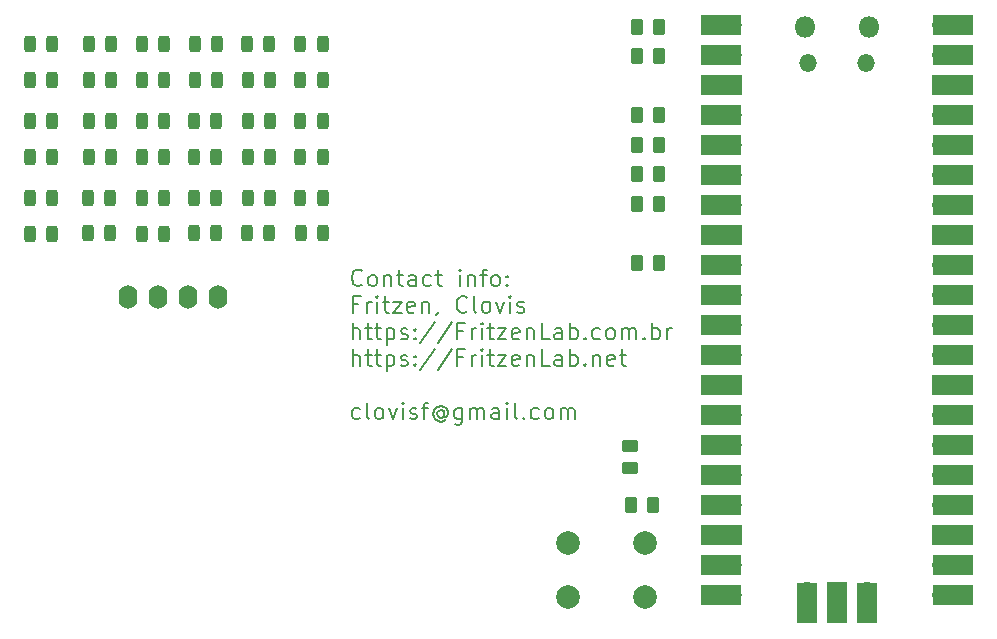
<source format=gbr>
%TF.GenerationSoftware,KiCad,Pcbnew,8.0.1*%
%TF.CreationDate,2024-05-11T19:31:04-03:00*%
%TF.ProjectId,business-card-pi-pico,62757369-6e65-4737-932d-636172642d70,rev?*%
%TF.SameCoordinates,Original*%
%TF.FileFunction,Soldermask,Top*%
%TF.FilePolarity,Negative*%
%FSLAX46Y46*%
G04 Gerber Fmt 4.6, Leading zero omitted, Abs format (unit mm)*
G04 Created by KiCad (PCBNEW 8.0.1) date 2024-05-11 19:31:04*
%MOMM*%
%LPD*%
G01*
G04 APERTURE LIST*
G04 Aperture macros list*
%AMRoundRect*
0 Rectangle with rounded corners*
0 $1 Rounding radius*
0 $2 $3 $4 $5 $6 $7 $8 $9 X,Y pos of 4 corners*
0 Add a 4 corners polygon primitive as box body*
4,1,4,$2,$3,$4,$5,$6,$7,$8,$9,$2,$3,0*
0 Add four circle primitives for the rounded corners*
1,1,$1+$1,$2,$3*
1,1,$1+$1,$4,$5*
1,1,$1+$1,$6,$7*
1,1,$1+$1,$8,$9*
0 Add four rect primitives between the rounded corners*
20,1,$1+$1,$2,$3,$4,$5,0*
20,1,$1+$1,$4,$5,$6,$7,0*
20,1,$1+$1,$6,$7,$8,$9,0*
20,1,$1+$1,$8,$9,$2,$3,0*%
G04 Aperture macros list end*
%ADD10C,0.150000*%
%ADD11RoundRect,0.243750X-0.243750X-0.456250X0.243750X-0.456250X0.243750X0.456250X-0.243750X0.456250X0*%
%ADD12RoundRect,0.250000X0.262500X0.450000X-0.262500X0.450000X-0.262500X-0.450000X0.262500X-0.450000X0*%
%ADD13RoundRect,0.243750X0.243750X0.456250X-0.243750X0.456250X-0.243750X-0.456250X0.243750X-0.456250X0*%
%ADD14RoundRect,0.250000X-0.262500X-0.450000X0.262500X-0.450000X0.262500X0.450000X-0.262500X0.450000X0*%
%ADD15C,2.000000*%
%ADD16O,1.600000X2.000000*%
%ADD17RoundRect,0.250000X0.450000X-0.262500X0.450000X0.262500X-0.450000X0.262500X-0.450000X-0.262500X0*%
%ADD18O,1.800000X1.800000*%
%ADD19O,1.500000X1.500000*%
%ADD20O,1.700000X1.700000*%
%ADD21R,3.500000X1.700000*%
%ADD22R,1.700000X1.700000*%
%ADD23R,1.700000X3.500000*%
G04 APERTURE END LIST*
D10*
X131788017Y-77825923D02*
X131721350Y-77892590D01*
X131721350Y-77892590D02*
X131521350Y-77959256D01*
X131521350Y-77959256D02*
X131388017Y-77959256D01*
X131388017Y-77959256D02*
X131188017Y-77892590D01*
X131188017Y-77892590D02*
X131054684Y-77759256D01*
X131054684Y-77759256D02*
X130988017Y-77625923D01*
X130988017Y-77625923D02*
X130921350Y-77359256D01*
X130921350Y-77359256D02*
X130921350Y-77159256D01*
X130921350Y-77159256D02*
X130988017Y-76892590D01*
X130988017Y-76892590D02*
X131054684Y-76759256D01*
X131054684Y-76759256D02*
X131188017Y-76625923D01*
X131188017Y-76625923D02*
X131388017Y-76559256D01*
X131388017Y-76559256D02*
X131521350Y-76559256D01*
X131521350Y-76559256D02*
X131721350Y-76625923D01*
X131721350Y-76625923D02*
X131788017Y-76692590D01*
X132588017Y-77959256D02*
X132454684Y-77892590D01*
X132454684Y-77892590D02*
X132388017Y-77825923D01*
X132388017Y-77825923D02*
X132321350Y-77692590D01*
X132321350Y-77692590D02*
X132321350Y-77292590D01*
X132321350Y-77292590D02*
X132388017Y-77159256D01*
X132388017Y-77159256D02*
X132454684Y-77092590D01*
X132454684Y-77092590D02*
X132588017Y-77025923D01*
X132588017Y-77025923D02*
X132788017Y-77025923D01*
X132788017Y-77025923D02*
X132921350Y-77092590D01*
X132921350Y-77092590D02*
X132988017Y-77159256D01*
X132988017Y-77159256D02*
X133054684Y-77292590D01*
X133054684Y-77292590D02*
X133054684Y-77692590D01*
X133054684Y-77692590D02*
X132988017Y-77825923D01*
X132988017Y-77825923D02*
X132921350Y-77892590D01*
X132921350Y-77892590D02*
X132788017Y-77959256D01*
X132788017Y-77959256D02*
X132588017Y-77959256D01*
X133654684Y-77025923D02*
X133654684Y-77959256D01*
X133654684Y-77159256D02*
X133721351Y-77092590D01*
X133721351Y-77092590D02*
X133854684Y-77025923D01*
X133854684Y-77025923D02*
X134054684Y-77025923D01*
X134054684Y-77025923D02*
X134188017Y-77092590D01*
X134188017Y-77092590D02*
X134254684Y-77225923D01*
X134254684Y-77225923D02*
X134254684Y-77959256D01*
X134721351Y-77025923D02*
X135254684Y-77025923D01*
X134921351Y-76559256D02*
X134921351Y-77759256D01*
X134921351Y-77759256D02*
X134988018Y-77892590D01*
X134988018Y-77892590D02*
X135121351Y-77959256D01*
X135121351Y-77959256D02*
X135254684Y-77959256D01*
X136321351Y-77959256D02*
X136321351Y-77225923D01*
X136321351Y-77225923D02*
X136254684Y-77092590D01*
X136254684Y-77092590D02*
X136121351Y-77025923D01*
X136121351Y-77025923D02*
X135854684Y-77025923D01*
X135854684Y-77025923D02*
X135721351Y-77092590D01*
X136321351Y-77892590D02*
X136188018Y-77959256D01*
X136188018Y-77959256D02*
X135854684Y-77959256D01*
X135854684Y-77959256D02*
X135721351Y-77892590D01*
X135721351Y-77892590D02*
X135654684Y-77759256D01*
X135654684Y-77759256D02*
X135654684Y-77625923D01*
X135654684Y-77625923D02*
X135721351Y-77492590D01*
X135721351Y-77492590D02*
X135854684Y-77425923D01*
X135854684Y-77425923D02*
X136188018Y-77425923D01*
X136188018Y-77425923D02*
X136321351Y-77359256D01*
X137588018Y-77892590D02*
X137454685Y-77959256D01*
X137454685Y-77959256D02*
X137188018Y-77959256D01*
X137188018Y-77959256D02*
X137054685Y-77892590D01*
X137054685Y-77892590D02*
X136988018Y-77825923D01*
X136988018Y-77825923D02*
X136921351Y-77692590D01*
X136921351Y-77692590D02*
X136921351Y-77292590D01*
X136921351Y-77292590D02*
X136988018Y-77159256D01*
X136988018Y-77159256D02*
X137054685Y-77092590D01*
X137054685Y-77092590D02*
X137188018Y-77025923D01*
X137188018Y-77025923D02*
X137454685Y-77025923D01*
X137454685Y-77025923D02*
X137588018Y-77092590D01*
X137988018Y-77025923D02*
X138521351Y-77025923D01*
X138188018Y-76559256D02*
X138188018Y-77759256D01*
X138188018Y-77759256D02*
X138254685Y-77892590D01*
X138254685Y-77892590D02*
X138388018Y-77959256D01*
X138388018Y-77959256D02*
X138521351Y-77959256D01*
X140054685Y-77959256D02*
X140054685Y-77025923D01*
X140054685Y-76559256D02*
X139988018Y-76625923D01*
X139988018Y-76625923D02*
X140054685Y-76692590D01*
X140054685Y-76692590D02*
X140121352Y-76625923D01*
X140121352Y-76625923D02*
X140054685Y-76559256D01*
X140054685Y-76559256D02*
X140054685Y-76692590D01*
X140721352Y-77025923D02*
X140721352Y-77959256D01*
X140721352Y-77159256D02*
X140788019Y-77092590D01*
X140788019Y-77092590D02*
X140921352Y-77025923D01*
X140921352Y-77025923D02*
X141121352Y-77025923D01*
X141121352Y-77025923D02*
X141254685Y-77092590D01*
X141254685Y-77092590D02*
X141321352Y-77225923D01*
X141321352Y-77225923D02*
X141321352Y-77959256D01*
X141788019Y-77025923D02*
X142321352Y-77025923D01*
X141988019Y-77959256D02*
X141988019Y-76759256D01*
X141988019Y-76759256D02*
X142054686Y-76625923D01*
X142054686Y-76625923D02*
X142188019Y-76559256D01*
X142188019Y-76559256D02*
X142321352Y-76559256D01*
X142988019Y-77959256D02*
X142854686Y-77892590D01*
X142854686Y-77892590D02*
X142788019Y-77825923D01*
X142788019Y-77825923D02*
X142721352Y-77692590D01*
X142721352Y-77692590D02*
X142721352Y-77292590D01*
X142721352Y-77292590D02*
X142788019Y-77159256D01*
X142788019Y-77159256D02*
X142854686Y-77092590D01*
X142854686Y-77092590D02*
X142988019Y-77025923D01*
X142988019Y-77025923D02*
X143188019Y-77025923D01*
X143188019Y-77025923D02*
X143321352Y-77092590D01*
X143321352Y-77092590D02*
X143388019Y-77159256D01*
X143388019Y-77159256D02*
X143454686Y-77292590D01*
X143454686Y-77292590D02*
X143454686Y-77692590D01*
X143454686Y-77692590D02*
X143388019Y-77825923D01*
X143388019Y-77825923D02*
X143321352Y-77892590D01*
X143321352Y-77892590D02*
X143188019Y-77959256D01*
X143188019Y-77959256D02*
X142988019Y-77959256D01*
X144054686Y-77825923D02*
X144121353Y-77892590D01*
X144121353Y-77892590D02*
X144054686Y-77959256D01*
X144054686Y-77959256D02*
X143988019Y-77892590D01*
X143988019Y-77892590D02*
X144054686Y-77825923D01*
X144054686Y-77825923D02*
X144054686Y-77959256D01*
X144054686Y-77092590D02*
X144121353Y-77159256D01*
X144121353Y-77159256D02*
X144054686Y-77225923D01*
X144054686Y-77225923D02*
X143988019Y-77159256D01*
X143988019Y-77159256D02*
X144054686Y-77092590D01*
X144054686Y-77092590D02*
X144054686Y-77225923D01*
X131454684Y-79479845D02*
X130988017Y-79479845D01*
X130988017Y-80213178D02*
X130988017Y-78813178D01*
X130988017Y-78813178D02*
X131654684Y-78813178D01*
X132188017Y-80213178D02*
X132188017Y-79279845D01*
X132188017Y-79546512D02*
X132254684Y-79413178D01*
X132254684Y-79413178D02*
X132321350Y-79346512D01*
X132321350Y-79346512D02*
X132454684Y-79279845D01*
X132454684Y-79279845D02*
X132588017Y-79279845D01*
X133054684Y-80213178D02*
X133054684Y-79279845D01*
X133054684Y-78813178D02*
X132988017Y-78879845D01*
X132988017Y-78879845D02*
X133054684Y-78946512D01*
X133054684Y-78946512D02*
X133121351Y-78879845D01*
X133121351Y-78879845D02*
X133054684Y-78813178D01*
X133054684Y-78813178D02*
X133054684Y-78946512D01*
X133521351Y-79279845D02*
X134054684Y-79279845D01*
X133721351Y-78813178D02*
X133721351Y-80013178D01*
X133721351Y-80013178D02*
X133788018Y-80146512D01*
X133788018Y-80146512D02*
X133921351Y-80213178D01*
X133921351Y-80213178D02*
X134054684Y-80213178D01*
X134388018Y-79279845D02*
X135121351Y-79279845D01*
X135121351Y-79279845D02*
X134388018Y-80213178D01*
X134388018Y-80213178D02*
X135121351Y-80213178D01*
X136188017Y-80146512D02*
X136054684Y-80213178D01*
X136054684Y-80213178D02*
X135788017Y-80213178D01*
X135788017Y-80213178D02*
X135654684Y-80146512D01*
X135654684Y-80146512D02*
X135588017Y-80013178D01*
X135588017Y-80013178D02*
X135588017Y-79479845D01*
X135588017Y-79479845D02*
X135654684Y-79346512D01*
X135654684Y-79346512D02*
X135788017Y-79279845D01*
X135788017Y-79279845D02*
X136054684Y-79279845D01*
X136054684Y-79279845D02*
X136188017Y-79346512D01*
X136188017Y-79346512D02*
X136254684Y-79479845D01*
X136254684Y-79479845D02*
X136254684Y-79613178D01*
X136254684Y-79613178D02*
X135588017Y-79746512D01*
X136854684Y-79279845D02*
X136854684Y-80213178D01*
X136854684Y-79413178D02*
X136921351Y-79346512D01*
X136921351Y-79346512D02*
X137054684Y-79279845D01*
X137054684Y-79279845D02*
X137254684Y-79279845D01*
X137254684Y-79279845D02*
X137388017Y-79346512D01*
X137388017Y-79346512D02*
X137454684Y-79479845D01*
X137454684Y-79479845D02*
X137454684Y-80213178D01*
X138188018Y-80146512D02*
X138188018Y-80213178D01*
X138188018Y-80213178D02*
X138121351Y-80346512D01*
X138121351Y-80346512D02*
X138054684Y-80413178D01*
X140654685Y-80079845D02*
X140588018Y-80146512D01*
X140588018Y-80146512D02*
X140388018Y-80213178D01*
X140388018Y-80213178D02*
X140254685Y-80213178D01*
X140254685Y-80213178D02*
X140054685Y-80146512D01*
X140054685Y-80146512D02*
X139921352Y-80013178D01*
X139921352Y-80013178D02*
X139854685Y-79879845D01*
X139854685Y-79879845D02*
X139788018Y-79613178D01*
X139788018Y-79613178D02*
X139788018Y-79413178D01*
X139788018Y-79413178D02*
X139854685Y-79146512D01*
X139854685Y-79146512D02*
X139921352Y-79013178D01*
X139921352Y-79013178D02*
X140054685Y-78879845D01*
X140054685Y-78879845D02*
X140254685Y-78813178D01*
X140254685Y-78813178D02*
X140388018Y-78813178D01*
X140388018Y-78813178D02*
X140588018Y-78879845D01*
X140588018Y-78879845D02*
X140654685Y-78946512D01*
X141454685Y-80213178D02*
X141321352Y-80146512D01*
X141321352Y-80146512D02*
X141254685Y-80013178D01*
X141254685Y-80013178D02*
X141254685Y-78813178D01*
X142188018Y-80213178D02*
X142054685Y-80146512D01*
X142054685Y-80146512D02*
X141988018Y-80079845D01*
X141988018Y-80079845D02*
X141921351Y-79946512D01*
X141921351Y-79946512D02*
X141921351Y-79546512D01*
X141921351Y-79546512D02*
X141988018Y-79413178D01*
X141988018Y-79413178D02*
X142054685Y-79346512D01*
X142054685Y-79346512D02*
X142188018Y-79279845D01*
X142188018Y-79279845D02*
X142388018Y-79279845D01*
X142388018Y-79279845D02*
X142521351Y-79346512D01*
X142521351Y-79346512D02*
X142588018Y-79413178D01*
X142588018Y-79413178D02*
X142654685Y-79546512D01*
X142654685Y-79546512D02*
X142654685Y-79946512D01*
X142654685Y-79946512D02*
X142588018Y-80079845D01*
X142588018Y-80079845D02*
X142521351Y-80146512D01*
X142521351Y-80146512D02*
X142388018Y-80213178D01*
X142388018Y-80213178D02*
X142188018Y-80213178D01*
X143121352Y-79279845D02*
X143454685Y-80213178D01*
X143454685Y-80213178D02*
X143788018Y-79279845D01*
X144321352Y-80213178D02*
X144321352Y-79279845D01*
X144321352Y-78813178D02*
X144254685Y-78879845D01*
X144254685Y-78879845D02*
X144321352Y-78946512D01*
X144321352Y-78946512D02*
X144388019Y-78879845D01*
X144388019Y-78879845D02*
X144321352Y-78813178D01*
X144321352Y-78813178D02*
X144321352Y-78946512D01*
X144921352Y-80146512D02*
X145054686Y-80213178D01*
X145054686Y-80213178D02*
X145321352Y-80213178D01*
X145321352Y-80213178D02*
X145454686Y-80146512D01*
X145454686Y-80146512D02*
X145521352Y-80013178D01*
X145521352Y-80013178D02*
X145521352Y-79946512D01*
X145521352Y-79946512D02*
X145454686Y-79813178D01*
X145454686Y-79813178D02*
X145321352Y-79746512D01*
X145321352Y-79746512D02*
X145121352Y-79746512D01*
X145121352Y-79746512D02*
X144988019Y-79679845D01*
X144988019Y-79679845D02*
X144921352Y-79546512D01*
X144921352Y-79546512D02*
X144921352Y-79479845D01*
X144921352Y-79479845D02*
X144988019Y-79346512D01*
X144988019Y-79346512D02*
X145121352Y-79279845D01*
X145121352Y-79279845D02*
X145321352Y-79279845D01*
X145321352Y-79279845D02*
X145454686Y-79346512D01*
X130988017Y-82467100D02*
X130988017Y-81067100D01*
X131588017Y-82467100D02*
X131588017Y-81733767D01*
X131588017Y-81733767D02*
X131521350Y-81600434D01*
X131521350Y-81600434D02*
X131388017Y-81533767D01*
X131388017Y-81533767D02*
X131188017Y-81533767D01*
X131188017Y-81533767D02*
X131054684Y-81600434D01*
X131054684Y-81600434D02*
X130988017Y-81667100D01*
X132054684Y-81533767D02*
X132588017Y-81533767D01*
X132254684Y-81067100D02*
X132254684Y-82267100D01*
X132254684Y-82267100D02*
X132321351Y-82400434D01*
X132321351Y-82400434D02*
X132454684Y-82467100D01*
X132454684Y-82467100D02*
X132588017Y-82467100D01*
X132854684Y-81533767D02*
X133388017Y-81533767D01*
X133054684Y-81067100D02*
X133054684Y-82267100D01*
X133054684Y-82267100D02*
X133121351Y-82400434D01*
X133121351Y-82400434D02*
X133254684Y-82467100D01*
X133254684Y-82467100D02*
X133388017Y-82467100D01*
X133854684Y-81533767D02*
X133854684Y-82933767D01*
X133854684Y-81600434D02*
X133988017Y-81533767D01*
X133988017Y-81533767D02*
X134254684Y-81533767D01*
X134254684Y-81533767D02*
X134388017Y-81600434D01*
X134388017Y-81600434D02*
X134454684Y-81667100D01*
X134454684Y-81667100D02*
X134521351Y-81800434D01*
X134521351Y-81800434D02*
X134521351Y-82200434D01*
X134521351Y-82200434D02*
X134454684Y-82333767D01*
X134454684Y-82333767D02*
X134388017Y-82400434D01*
X134388017Y-82400434D02*
X134254684Y-82467100D01*
X134254684Y-82467100D02*
X133988017Y-82467100D01*
X133988017Y-82467100D02*
X133854684Y-82400434D01*
X135054684Y-82400434D02*
X135188018Y-82467100D01*
X135188018Y-82467100D02*
X135454684Y-82467100D01*
X135454684Y-82467100D02*
X135588018Y-82400434D01*
X135588018Y-82400434D02*
X135654684Y-82267100D01*
X135654684Y-82267100D02*
X135654684Y-82200434D01*
X135654684Y-82200434D02*
X135588018Y-82067100D01*
X135588018Y-82067100D02*
X135454684Y-82000434D01*
X135454684Y-82000434D02*
X135254684Y-82000434D01*
X135254684Y-82000434D02*
X135121351Y-81933767D01*
X135121351Y-81933767D02*
X135054684Y-81800434D01*
X135054684Y-81800434D02*
X135054684Y-81733767D01*
X135054684Y-81733767D02*
X135121351Y-81600434D01*
X135121351Y-81600434D02*
X135254684Y-81533767D01*
X135254684Y-81533767D02*
X135454684Y-81533767D01*
X135454684Y-81533767D02*
X135588018Y-81600434D01*
X136254684Y-82333767D02*
X136321351Y-82400434D01*
X136321351Y-82400434D02*
X136254684Y-82467100D01*
X136254684Y-82467100D02*
X136188017Y-82400434D01*
X136188017Y-82400434D02*
X136254684Y-82333767D01*
X136254684Y-82333767D02*
X136254684Y-82467100D01*
X136254684Y-81600434D02*
X136321351Y-81667100D01*
X136321351Y-81667100D02*
X136254684Y-81733767D01*
X136254684Y-81733767D02*
X136188017Y-81667100D01*
X136188017Y-81667100D02*
X136254684Y-81600434D01*
X136254684Y-81600434D02*
X136254684Y-81733767D01*
X137921351Y-81000434D02*
X136721351Y-82800434D01*
X139388018Y-81000434D02*
X138188018Y-82800434D01*
X140321352Y-81733767D02*
X139854685Y-81733767D01*
X139854685Y-82467100D02*
X139854685Y-81067100D01*
X139854685Y-81067100D02*
X140521352Y-81067100D01*
X141054685Y-82467100D02*
X141054685Y-81533767D01*
X141054685Y-81800434D02*
X141121352Y-81667100D01*
X141121352Y-81667100D02*
X141188018Y-81600434D01*
X141188018Y-81600434D02*
X141321352Y-81533767D01*
X141321352Y-81533767D02*
X141454685Y-81533767D01*
X141921352Y-82467100D02*
X141921352Y-81533767D01*
X141921352Y-81067100D02*
X141854685Y-81133767D01*
X141854685Y-81133767D02*
X141921352Y-81200434D01*
X141921352Y-81200434D02*
X141988019Y-81133767D01*
X141988019Y-81133767D02*
X141921352Y-81067100D01*
X141921352Y-81067100D02*
X141921352Y-81200434D01*
X142388019Y-81533767D02*
X142921352Y-81533767D01*
X142588019Y-81067100D02*
X142588019Y-82267100D01*
X142588019Y-82267100D02*
X142654686Y-82400434D01*
X142654686Y-82400434D02*
X142788019Y-82467100D01*
X142788019Y-82467100D02*
X142921352Y-82467100D01*
X143254686Y-81533767D02*
X143988019Y-81533767D01*
X143988019Y-81533767D02*
X143254686Y-82467100D01*
X143254686Y-82467100D02*
X143988019Y-82467100D01*
X145054685Y-82400434D02*
X144921352Y-82467100D01*
X144921352Y-82467100D02*
X144654685Y-82467100D01*
X144654685Y-82467100D02*
X144521352Y-82400434D01*
X144521352Y-82400434D02*
X144454685Y-82267100D01*
X144454685Y-82267100D02*
X144454685Y-81733767D01*
X144454685Y-81733767D02*
X144521352Y-81600434D01*
X144521352Y-81600434D02*
X144654685Y-81533767D01*
X144654685Y-81533767D02*
X144921352Y-81533767D01*
X144921352Y-81533767D02*
X145054685Y-81600434D01*
X145054685Y-81600434D02*
X145121352Y-81733767D01*
X145121352Y-81733767D02*
X145121352Y-81867100D01*
X145121352Y-81867100D02*
X144454685Y-82000434D01*
X145721352Y-81533767D02*
X145721352Y-82467100D01*
X145721352Y-81667100D02*
X145788019Y-81600434D01*
X145788019Y-81600434D02*
X145921352Y-81533767D01*
X145921352Y-81533767D02*
X146121352Y-81533767D01*
X146121352Y-81533767D02*
X146254685Y-81600434D01*
X146254685Y-81600434D02*
X146321352Y-81733767D01*
X146321352Y-81733767D02*
X146321352Y-82467100D01*
X147654686Y-82467100D02*
X146988019Y-82467100D01*
X146988019Y-82467100D02*
X146988019Y-81067100D01*
X148721352Y-82467100D02*
X148721352Y-81733767D01*
X148721352Y-81733767D02*
X148654685Y-81600434D01*
X148654685Y-81600434D02*
X148521352Y-81533767D01*
X148521352Y-81533767D02*
X148254685Y-81533767D01*
X148254685Y-81533767D02*
X148121352Y-81600434D01*
X148721352Y-82400434D02*
X148588019Y-82467100D01*
X148588019Y-82467100D02*
X148254685Y-82467100D01*
X148254685Y-82467100D02*
X148121352Y-82400434D01*
X148121352Y-82400434D02*
X148054685Y-82267100D01*
X148054685Y-82267100D02*
X148054685Y-82133767D01*
X148054685Y-82133767D02*
X148121352Y-82000434D01*
X148121352Y-82000434D02*
X148254685Y-81933767D01*
X148254685Y-81933767D02*
X148588019Y-81933767D01*
X148588019Y-81933767D02*
X148721352Y-81867100D01*
X149388019Y-82467100D02*
X149388019Y-81067100D01*
X149388019Y-81600434D02*
X149521352Y-81533767D01*
X149521352Y-81533767D02*
X149788019Y-81533767D01*
X149788019Y-81533767D02*
X149921352Y-81600434D01*
X149921352Y-81600434D02*
X149988019Y-81667100D01*
X149988019Y-81667100D02*
X150054686Y-81800434D01*
X150054686Y-81800434D02*
X150054686Y-82200434D01*
X150054686Y-82200434D02*
X149988019Y-82333767D01*
X149988019Y-82333767D02*
X149921352Y-82400434D01*
X149921352Y-82400434D02*
X149788019Y-82467100D01*
X149788019Y-82467100D02*
X149521352Y-82467100D01*
X149521352Y-82467100D02*
X149388019Y-82400434D01*
X150654686Y-82333767D02*
X150721353Y-82400434D01*
X150721353Y-82400434D02*
X150654686Y-82467100D01*
X150654686Y-82467100D02*
X150588019Y-82400434D01*
X150588019Y-82400434D02*
X150654686Y-82333767D01*
X150654686Y-82333767D02*
X150654686Y-82467100D01*
X151921353Y-82400434D02*
X151788020Y-82467100D01*
X151788020Y-82467100D02*
X151521353Y-82467100D01*
X151521353Y-82467100D02*
X151388020Y-82400434D01*
X151388020Y-82400434D02*
X151321353Y-82333767D01*
X151321353Y-82333767D02*
X151254686Y-82200434D01*
X151254686Y-82200434D02*
X151254686Y-81800434D01*
X151254686Y-81800434D02*
X151321353Y-81667100D01*
X151321353Y-81667100D02*
X151388020Y-81600434D01*
X151388020Y-81600434D02*
X151521353Y-81533767D01*
X151521353Y-81533767D02*
X151788020Y-81533767D01*
X151788020Y-81533767D02*
X151921353Y-81600434D01*
X152721353Y-82467100D02*
X152588020Y-82400434D01*
X152588020Y-82400434D02*
X152521353Y-82333767D01*
X152521353Y-82333767D02*
X152454686Y-82200434D01*
X152454686Y-82200434D02*
X152454686Y-81800434D01*
X152454686Y-81800434D02*
X152521353Y-81667100D01*
X152521353Y-81667100D02*
X152588020Y-81600434D01*
X152588020Y-81600434D02*
X152721353Y-81533767D01*
X152721353Y-81533767D02*
X152921353Y-81533767D01*
X152921353Y-81533767D02*
X153054686Y-81600434D01*
X153054686Y-81600434D02*
X153121353Y-81667100D01*
X153121353Y-81667100D02*
X153188020Y-81800434D01*
X153188020Y-81800434D02*
X153188020Y-82200434D01*
X153188020Y-82200434D02*
X153121353Y-82333767D01*
X153121353Y-82333767D02*
X153054686Y-82400434D01*
X153054686Y-82400434D02*
X152921353Y-82467100D01*
X152921353Y-82467100D02*
X152721353Y-82467100D01*
X153788020Y-82467100D02*
X153788020Y-81533767D01*
X153788020Y-81667100D02*
X153854687Y-81600434D01*
X153854687Y-81600434D02*
X153988020Y-81533767D01*
X153988020Y-81533767D02*
X154188020Y-81533767D01*
X154188020Y-81533767D02*
X154321353Y-81600434D01*
X154321353Y-81600434D02*
X154388020Y-81733767D01*
X154388020Y-81733767D02*
X154388020Y-82467100D01*
X154388020Y-81733767D02*
X154454687Y-81600434D01*
X154454687Y-81600434D02*
X154588020Y-81533767D01*
X154588020Y-81533767D02*
X154788020Y-81533767D01*
X154788020Y-81533767D02*
X154921353Y-81600434D01*
X154921353Y-81600434D02*
X154988020Y-81733767D01*
X154988020Y-81733767D02*
X154988020Y-82467100D01*
X155654687Y-82333767D02*
X155721354Y-82400434D01*
X155721354Y-82400434D02*
X155654687Y-82467100D01*
X155654687Y-82467100D02*
X155588020Y-82400434D01*
X155588020Y-82400434D02*
X155654687Y-82333767D01*
X155654687Y-82333767D02*
X155654687Y-82467100D01*
X156321354Y-82467100D02*
X156321354Y-81067100D01*
X156321354Y-81600434D02*
X156454687Y-81533767D01*
X156454687Y-81533767D02*
X156721354Y-81533767D01*
X156721354Y-81533767D02*
X156854687Y-81600434D01*
X156854687Y-81600434D02*
X156921354Y-81667100D01*
X156921354Y-81667100D02*
X156988021Y-81800434D01*
X156988021Y-81800434D02*
X156988021Y-82200434D01*
X156988021Y-82200434D02*
X156921354Y-82333767D01*
X156921354Y-82333767D02*
X156854687Y-82400434D01*
X156854687Y-82400434D02*
X156721354Y-82467100D01*
X156721354Y-82467100D02*
X156454687Y-82467100D01*
X156454687Y-82467100D02*
X156321354Y-82400434D01*
X157588021Y-82467100D02*
X157588021Y-81533767D01*
X157588021Y-81800434D02*
X157654688Y-81667100D01*
X157654688Y-81667100D02*
X157721354Y-81600434D01*
X157721354Y-81600434D02*
X157854688Y-81533767D01*
X157854688Y-81533767D02*
X157988021Y-81533767D01*
X130988017Y-84721022D02*
X130988017Y-83321022D01*
X131588017Y-84721022D02*
X131588017Y-83987689D01*
X131588017Y-83987689D02*
X131521350Y-83854356D01*
X131521350Y-83854356D02*
X131388017Y-83787689D01*
X131388017Y-83787689D02*
X131188017Y-83787689D01*
X131188017Y-83787689D02*
X131054684Y-83854356D01*
X131054684Y-83854356D02*
X130988017Y-83921022D01*
X132054684Y-83787689D02*
X132588017Y-83787689D01*
X132254684Y-83321022D02*
X132254684Y-84521022D01*
X132254684Y-84521022D02*
X132321351Y-84654356D01*
X132321351Y-84654356D02*
X132454684Y-84721022D01*
X132454684Y-84721022D02*
X132588017Y-84721022D01*
X132854684Y-83787689D02*
X133388017Y-83787689D01*
X133054684Y-83321022D02*
X133054684Y-84521022D01*
X133054684Y-84521022D02*
X133121351Y-84654356D01*
X133121351Y-84654356D02*
X133254684Y-84721022D01*
X133254684Y-84721022D02*
X133388017Y-84721022D01*
X133854684Y-83787689D02*
X133854684Y-85187689D01*
X133854684Y-83854356D02*
X133988017Y-83787689D01*
X133988017Y-83787689D02*
X134254684Y-83787689D01*
X134254684Y-83787689D02*
X134388017Y-83854356D01*
X134388017Y-83854356D02*
X134454684Y-83921022D01*
X134454684Y-83921022D02*
X134521351Y-84054356D01*
X134521351Y-84054356D02*
X134521351Y-84454356D01*
X134521351Y-84454356D02*
X134454684Y-84587689D01*
X134454684Y-84587689D02*
X134388017Y-84654356D01*
X134388017Y-84654356D02*
X134254684Y-84721022D01*
X134254684Y-84721022D02*
X133988017Y-84721022D01*
X133988017Y-84721022D02*
X133854684Y-84654356D01*
X135054684Y-84654356D02*
X135188018Y-84721022D01*
X135188018Y-84721022D02*
X135454684Y-84721022D01*
X135454684Y-84721022D02*
X135588018Y-84654356D01*
X135588018Y-84654356D02*
X135654684Y-84521022D01*
X135654684Y-84521022D02*
X135654684Y-84454356D01*
X135654684Y-84454356D02*
X135588018Y-84321022D01*
X135588018Y-84321022D02*
X135454684Y-84254356D01*
X135454684Y-84254356D02*
X135254684Y-84254356D01*
X135254684Y-84254356D02*
X135121351Y-84187689D01*
X135121351Y-84187689D02*
X135054684Y-84054356D01*
X135054684Y-84054356D02*
X135054684Y-83987689D01*
X135054684Y-83987689D02*
X135121351Y-83854356D01*
X135121351Y-83854356D02*
X135254684Y-83787689D01*
X135254684Y-83787689D02*
X135454684Y-83787689D01*
X135454684Y-83787689D02*
X135588018Y-83854356D01*
X136254684Y-84587689D02*
X136321351Y-84654356D01*
X136321351Y-84654356D02*
X136254684Y-84721022D01*
X136254684Y-84721022D02*
X136188017Y-84654356D01*
X136188017Y-84654356D02*
X136254684Y-84587689D01*
X136254684Y-84587689D02*
X136254684Y-84721022D01*
X136254684Y-83854356D02*
X136321351Y-83921022D01*
X136321351Y-83921022D02*
X136254684Y-83987689D01*
X136254684Y-83987689D02*
X136188017Y-83921022D01*
X136188017Y-83921022D02*
X136254684Y-83854356D01*
X136254684Y-83854356D02*
X136254684Y-83987689D01*
X137921351Y-83254356D02*
X136721351Y-85054356D01*
X139388018Y-83254356D02*
X138188018Y-85054356D01*
X140321352Y-83987689D02*
X139854685Y-83987689D01*
X139854685Y-84721022D02*
X139854685Y-83321022D01*
X139854685Y-83321022D02*
X140521352Y-83321022D01*
X141054685Y-84721022D02*
X141054685Y-83787689D01*
X141054685Y-84054356D02*
X141121352Y-83921022D01*
X141121352Y-83921022D02*
X141188018Y-83854356D01*
X141188018Y-83854356D02*
X141321352Y-83787689D01*
X141321352Y-83787689D02*
X141454685Y-83787689D01*
X141921352Y-84721022D02*
X141921352Y-83787689D01*
X141921352Y-83321022D02*
X141854685Y-83387689D01*
X141854685Y-83387689D02*
X141921352Y-83454356D01*
X141921352Y-83454356D02*
X141988019Y-83387689D01*
X141988019Y-83387689D02*
X141921352Y-83321022D01*
X141921352Y-83321022D02*
X141921352Y-83454356D01*
X142388019Y-83787689D02*
X142921352Y-83787689D01*
X142588019Y-83321022D02*
X142588019Y-84521022D01*
X142588019Y-84521022D02*
X142654686Y-84654356D01*
X142654686Y-84654356D02*
X142788019Y-84721022D01*
X142788019Y-84721022D02*
X142921352Y-84721022D01*
X143254686Y-83787689D02*
X143988019Y-83787689D01*
X143988019Y-83787689D02*
X143254686Y-84721022D01*
X143254686Y-84721022D02*
X143988019Y-84721022D01*
X145054685Y-84654356D02*
X144921352Y-84721022D01*
X144921352Y-84721022D02*
X144654685Y-84721022D01*
X144654685Y-84721022D02*
X144521352Y-84654356D01*
X144521352Y-84654356D02*
X144454685Y-84521022D01*
X144454685Y-84521022D02*
X144454685Y-83987689D01*
X144454685Y-83987689D02*
X144521352Y-83854356D01*
X144521352Y-83854356D02*
X144654685Y-83787689D01*
X144654685Y-83787689D02*
X144921352Y-83787689D01*
X144921352Y-83787689D02*
X145054685Y-83854356D01*
X145054685Y-83854356D02*
X145121352Y-83987689D01*
X145121352Y-83987689D02*
X145121352Y-84121022D01*
X145121352Y-84121022D02*
X144454685Y-84254356D01*
X145721352Y-83787689D02*
X145721352Y-84721022D01*
X145721352Y-83921022D02*
X145788019Y-83854356D01*
X145788019Y-83854356D02*
X145921352Y-83787689D01*
X145921352Y-83787689D02*
X146121352Y-83787689D01*
X146121352Y-83787689D02*
X146254685Y-83854356D01*
X146254685Y-83854356D02*
X146321352Y-83987689D01*
X146321352Y-83987689D02*
X146321352Y-84721022D01*
X147654686Y-84721022D02*
X146988019Y-84721022D01*
X146988019Y-84721022D02*
X146988019Y-83321022D01*
X148721352Y-84721022D02*
X148721352Y-83987689D01*
X148721352Y-83987689D02*
X148654685Y-83854356D01*
X148654685Y-83854356D02*
X148521352Y-83787689D01*
X148521352Y-83787689D02*
X148254685Y-83787689D01*
X148254685Y-83787689D02*
X148121352Y-83854356D01*
X148721352Y-84654356D02*
X148588019Y-84721022D01*
X148588019Y-84721022D02*
X148254685Y-84721022D01*
X148254685Y-84721022D02*
X148121352Y-84654356D01*
X148121352Y-84654356D02*
X148054685Y-84521022D01*
X148054685Y-84521022D02*
X148054685Y-84387689D01*
X148054685Y-84387689D02*
X148121352Y-84254356D01*
X148121352Y-84254356D02*
X148254685Y-84187689D01*
X148254685Y-84187689D02*
X148588019Y-84187689D01*
X148588019Y-84187689D02*
X148721352Y-84121022D01*
X149388019Y-84721022D02*
X149388019Y-83321022D01*
X149388019Y-83854356D02*
X149521352Y-83787689D01*
X149521352Y-83787689D02*
X149788019Y-83787689D01*
X149788019Y-83787689D02*
X149921352Y-83854356D01*
X149921352Y-83854356D02*
X149988019Y-83921022D01*
X149988019Y-83921022D02*
X150054686Y-84054356D01*
X150054686Y-84054356D02*
X150054686Y-84454356D01*
X150054686Y-84454356D02*
X149988019Y-84587689D01*
X149988019Y-84587689D02*
X149921352Y-84654356D01*
X149921352Y-84654356D02*
X149788019Y-84721022D01*
X149788019Y-84721022D02*
X149521352Y-84721022D01*
X149521352Y-84721022D02*
X149388019Y-84654356D01*
X150654686Y-84587689D02*
X150721353Y-84654356D01*
X150721353Y-84654356D02*
X150654686Y-84721022D01*
X150654686Y-84721022D02*
X150588019Y-84654356D01*
X150588019Y-84654356D02*
X150654686Y-84587689D01*
X150654686Y-84587689D02*
X150654686Y-84721022D01*
X151321353Y-83787689D02*
X151321353Y-84721022D01*
X151321353Y-83921022D02*
X151388020Y-83854356D01*
X151388020Y-83854356D02*
X151521353Y-83787689D01*
X151521353Y-83787689D02*
X151721353Y-83787689D01*
X151721353Y-83787689D02*
X151854686Y-83854356D01*
X151854686Y-83854356D02*
X151921353Y-83987689D01*
X151921353Y-83987689D02*
X151921353Y-84721022D01*
X153121353Y-84654356D02*
X152988020Y-84721022D01*
X152988020Y-84721022D02*
X152721353Y-84721022D01*
X152721353Y-84721022D02*
X152588020Y-84654356D01*
X152588020Y-84654356D02*
X152521353Y-84521022D01*
X152521353Y-84521022D02*
X152521353Y-83987689D01*
X152521353Y-83987689D02*
X152588020Y-83854356D01*
X152588020Y-83854356D02*
X152721353Y-83787689D01*
X152721353Y-83787689D02*
X152988020Y-83787689D01*
X152988020Y-83787689D02*
X153121353Y-83854356D01*
X153121353Y-83854356D02*
X153188020Y-83987689D01*
X153188020Y-83987689D02*
X153188020Y-84121022D01*
X153188020Y-84121022D02*
X152521353Y-84254356D01*
X153588020Y-83787689D02*
X154121353Y-83787689D01*
X153788020Y-83321022D02*
X153788020Y-84521022D01*
X153788020Y-84521022D02*
X153854687Y-84654356D01*
X153854687Y-84654356D02*
X153988020Y-84721022D01*
X153988020Y-84721022D02*
X154121353Y-84721022D01*
X131588017Y-89162200D02*
X131454684Y-89228866D01*
X131454684Y-89228866D02*
X131188017Y-89228866D01*
X131188017Y-89228866D02*
X131054684Y-89162200D01*
X131054684Y-89162200D02*
X130988017Y-89095533D01*
X130988017Y-89095533D02*
X130921350Y-88962200D01*
X130921350Y-88962200D02*
X130921350Y-88562200D01*
X130921350Y-88562200D02*
X130988017Y-88428866D01*
X130988017Y-88428866D02*
X131054684Y-88362200D01*
X131054684Y-88362200D02*
X131188017Y-88295533D01*
X131188017Y-88295533D02*
X131454684Y-88295533D01*
X131454684Y-88295533D02*
X131588017Y-88362200D01*
X132388017Y-89228866D02*
X132254684Y-89162200D01*
X132254684Y-89162200D02*
X132188017Y-89028866D01*
X132188017Y-89028866D02*
X132188017Y-87828866D01*
X133121350Y-89228866D02*
X132988017Y-89162200D01*
X132988017Y-89162200D02*
X132921350Y-89095533D01*
X132921350Y-89095533D02*
X132854683Y-88962200D01*
X132854683Y-88962200D02*
X132854683Y-88562200D01*
X132854683Y-88562200D02*
X132921350Y-88428866D01*
X132921350Y-88428866D02*
X132988017Y-88362200D01*
X132988017Y-88362200D02*
X133121350Y-88295533D01*
X133121350Y-88295533D02*
X133321350Y-88295533D01*
X133321350Y-88295533D02*
X133454683Y-88362200D01*
X133454683Y-88362200D02*
X133521350Y-88428866D01*
X133521350Y-88428866D02*
X133588017Y-88562200D01*
X133588017Y-88562200D02*
X133588017Y-88962200D01*
X133588017Y-88962200D02*
X133521350Y-89095533D01*
X133521350Y-89095533D02*
X133454683Y-89162200D01*
X133454683Y-89162200D02*
X133321350Y-89228866D01*
X133321350Y-89228866D02*
X133121350Y-89228866D01*
X134054684Y-88295533D02*
X134388017Y-89228866D01*
X134388017Y-89228866D02*
X134721350Y-88295533D01*
X135254684Y-89228866D02*
X135254684Y-88295533D01*
X135254684Y-87828866D02*
X135188017Y-87895533D01*
X135188017Y-87895533D02*
X135254684Y-87962200D01*
X135254684Y-87962200D02*
X135321351Y-87895533D01*
X135321351Y-87895533D02*
X135254684Y-87828866D01*
X135254684Y-87828866D02*
X135254684Y-87962200D01*
X135854684Y-89162200D02*
X135988018Y-89228866D01*
X135988018Y-89228866D02*
X136254684Y-89228866D01*
X136254684Y-89228866D02*
X136388018Y-89162200D01*
X136388018Y-89162200D02*
X136454684Y-89028866D01*
X136454684Y-89028866D02*
X136454684Y-88962200D01*
X136454684Y-88962200D02*
X136388018Y-88828866D01*
X136388018Y-88828866D02*
X136254684Y-88762200D01*
X136254684Y-88762200D02*
X136054684Y-88762200D01*
X136054684Y-88762200D02*
X135921351Y-88695533D01*
X135921351Y-88695533D02*
X135854684Y-88562200D01*
X135854684Y-88562200D02*
X135854684Y-88495533D01*
X135854684Y-88495533D02*
X135921351Y-88362200D01*
X135921351Y-88362200D02*
X136054684Y-88295533D01*
X136054684Y-88295533D02*
X136254684Y-88295533D01*
X136254684Y-88295533D02*
X136388018Y-88362200D01*
X136854684Y-88295533D02*
X137388017Y-88295533D01*
X137054684Y-89228866D02*
X137054684Y-88028866D01*
X137054684Y-88028866D02*
X137121351Y-87895533D01*
X137121351Y-87895533D02*
X137254684Y-87828866D01*
X137254684Y-87828866D02*
X137388017Y-87828866D01*
X138721351Y-88562200D02*
X138654684Y-88495533D01*
X138654684Y-88495533D02*
X138521351Y-88428866D01*
X138521351Y-88428866D02*
X138388017Y-88428866D01*
X138388017Y-88428866D02*
X138254684Y-88495533D01*
X138254684Y-88495533D02*
X138188017Y-88562200D01*
X138188017Y-88562200D02*
X138121351Y-88695533D01*
X138121351Y-88695533D02*
X138121351Y-88828866D01*
X138121351Y-88828866D02*
X138188017Y-88962200D01*
X138188017Y-88962200D02*
X138254684Y-89028866D01*
X138254684Y-89028866D02*
X138388017Y-89095533D01*
X138388017Y-89095533D02*
X138521351Y-89095533D01*
X138521351Y-89095533D02*
X138654684Y-89028866D01*
X138654684Y-89028866D02*
X138721351Y-88962200D01*
X138721351Y-88428866D02*
X138721351Y-88962200D01*
X138721351Y-88962200D02*
X138788017Y-89028866D01*
X138788017Y-89028866D02*
X138854684Y-89028866D01*
X138854684Y-89028866D02*
X138988017Y-88962200D01*
X138988017Y-88962200D02*
X139054684Y-88828866D01*
X139054684Y-88828866D02*
X139054684Y-88495533D01*
X139054684Y-88495533D02*
X138921351Y-88295533D01*
X138921351Y-88295533D02*
X138721351Y-88162200D01*
X138721351Y-88162200D02*
X138454684Y-88095533D01*
X138454684Y-88095533D02*
X138188017Y-88162200D01*
X138188017Y-88162200D02*
X137988017Y-88295533D01*
X137988017Y-88295533D02*
X137854684Y-88495533D01*
X137854684Y-88495533D02*
X137788017Y-88762200D01*
X137788017Y-88762200D02*
X137854684Y-89028866D01*
X137854684Y-89028866D02*
X137988017Y-89228866D01*
X137988017Y-89228866D02*
X138188017Y-89362200D01*
X138188017Y-89362200D02*
X138454684Y-89428866D01*
X138454684Y-89428866D02*
X138721351Y-89362200D01*
X138721351Y-89362200D02*
X138921351Y-89228866D01*
X140254684Y-88295533D02*
X140254684Y-89428866D01*
X140254684Y-89428866D02*
X140188017Y-89562200D01*
X140188017Y-89562200D02*
X140121351Y-89628866D01*
X140121351Y-89628866D02*
X139988017Y-89695533D01*
X139988017Y-89695533D02*
X139788017Y-89695533D01*
X139788017Y-89695533D02*
X139654684Y-89628866D01*
X140254684Y-89162200D02*
X140121351Y-89228866D01*
X140121351Y-89228866D02*
X139854684Y-89228866D01*
X139854684Y-89228866D02*
X139721351Y-89162200D01*
X139721351Y-89162200D02*
X139654684Y-89095533D01*
X139654684Y-89095533D02*
X139588017Y-88962200D01*
X139588017Y-88962200D02*
X139588017Y-88562200D01*
X139588017Y-88562200D02*
X139654684Y-88428866D01*
X139654684Y-88428866D02*
X139721351Y-88362200D01*
X139721351Y-88362200D02*
X139854684Y-88295533D01*
X139854684Y-88295533D02*
X140121351Y-88295533D01*
X140121351Y-88295533D02*
X140254684Y-88362200D01*
X140921351Y-89228866D02*
X140921351Y-88295533D01*
X140921351Y-88428866D02*
X140988018Y-88362200D01*
X140988018Y-88362200D02*
X141121351Y-88295533D01*
X141121351Y-88295533D02*
X141321351Y-88295533D01*
X141321351Y-88295533D02*
X141454684Y-88362200D01*
X141454684Y-88362200D02*
X141521351Y-88495533D01*
X141521351Y-88495533D02*
X141521351Y-89228866D01*
X141521351Y-88495533D02*
X141588018Y-88362200D01*
X141588018Y-88362200D02*
X141721351Y-88295533D01*
X141721351Y-88295533D02*
X141921351Y-88295533D01*
X141921351Y-88295533D02*
X142054684Y-88362200D01*
X142054684Y-88362200D02*
X142121351Y-88495533D01*
X142121351Y-88495533D02*
X142121351Y-89228866D01*
X143388018Y-89228866D02*
X143388018Y-88495533D01*
X143388018Y-88495533D02*
X143321351Y-88362200D01*
X143321351Y-88362200D02*
X143188018Y-88295533D01*
X143188018Y-88295533D02*
X142921351Y-88295533D01*
X142921351Y-88295533D02*
X142788018Y-88362200D01*
X143388018Y-89162200D02*
X143254685Y-89228866D01*
X143254685Y-89228866D02*
X142921351Y-89228866D01*
X142921351Y-89228866D02*
X142788018Y-89162200D01*
X142788018Y-89162200D02*
X142721351Y-89028866D01*
X142721351Y-89028866D02*
X142721351Y-88895533D01*
X142721351Y-88895533D02*
X142788018Y-88762200D01*
X142788018Y-88762200D02*
X142921351Y-88695533D01*
X142921351Y-88695533D02*
X143254685Y-88695533D01*
X143254685Y-88695533D02*
X143388018Y-88628866D01*
X144054685Y-89228866D02*
X144054685Y-88295533D01*
X144054685Y-87828866D02*
X143988018Y-87895533D01*
X143988018Y-87895533D02*
X144054685Y-87962200D01*
X144054685Y-87962200D02*
X144121352Y-87895533D01*
X144121352Y-87895533D02*
X144054685Y-87828866D01*
X144054685Y-87828866D02*
X144054685Y-87962200D01*
X144921352Y-89228866D02*
X144788019Y-89162200D01*
X144788019Y-89162200D02*
X144721352Y-89028866D01*
X144721352Y-89028866D02*
X144721352Y-87828866D01*
X145454685Y-89095533D02*
X145521352Y-89162200D01*
X145521352Y-89162200D02*
X145454685Y-89228866D01*
X145454685Y-89228866D02*
X145388018Y-89162200D01*
X145388018Y-89162200D02*
X145454685Y-89095533D01*
X145454685Y-89095533D02*
X145454685Y-89228866D01*
X146721352Y-89162200D02*
X146588019Y-89228866D01*
X146588019Y-89228866D02*
X146321352Y-89228866D01*
X146321352Y-89228866D02*
X146188019Y-89162200D01*
X146188019Y-89162200D02*
X146121352Y-89095533D01*
X146121352Y-89095533D02*
X146054685Y-88962200D01*
X146054685Y-88962200D02*
X146054685Y-88562200D01*
X146054685Y-88562200D02*
X146121352Y-88428866D01*
X146121352Y-88428866D02*
X146188019Y-88362200D01*
X146188019Y-88362200D02*
X146321352Y-88295533D01*
X146321352Y-88295533D02*
X146588019Y-88295533D01*
X146588019Y-88295533D02*
X146721352Y-88362200D01*
X147521352Y-89228866D02*
X147388019Y-89162200D01*
X147388019Y-89162200D02*
X147321352Y-89095533D01*
X147321352Y-89095533D02*
X147254685Y-88962200D01*
X147254685Y-88962200D02*
X147254685Y-88562200D01*
X147254685Y-88562200D02*
X147321352Y-88428866D01*
X147321352Y-88428866D02*
X147388019Y-88362200D01*
X147388019Y-88362200D02*
X147521352Y-88295533D01*
X147521352Y-88295533D02*
X147721352Y-88295533D01*
X147721352Y-88295533D02*
X147854685Y-88362200D01*
X147854685Y-88362200D02*
X147921352Y-88428866D01*
X147921352Y-88428866D02*
X147988019Y-88562200D01*
X147988019Y-88562200D02*
X147988019Y-88962200D01*
X147988019Y-88962200D02*
X147921352Y-89095533D01*
X147921352Y-89095533D02*
X147854685Y-89162200D01*
X147854685Y-89162200D02*
X147721352Y-89228866D01*
X147721352Y-89228866D02*
X147521352Y-89228866D01*
X148588019Y-89228866D02*
X148588019Y-88295533D01*
X148588019Y-88428866D02*
X148654686Y-88362200D01*
X148654686Y-88362200D02*
X148788019Y-88295533D01*
X148788019Y-88295533D02*
X148988019Y-88295533D01*
X148988019Y-88295533D02*
X149121352Y-88362200D01*
X149121352Y-88362200D02*
X149188019Y-88495533D01*
X149188019Y-88495533D02*
X149188019Y-89228866D01*
X149188019Y-88495533D02*
X149254686Y-88362200D01*
X149254686Y-88362200D02*
X149388019Y-88295533D01*
X149388019Y-88295533D02*
X149588019Y-88295533D01*
X149588019Y-88295533D02*
X149721352Y-88362200D01*
X149721352Y-88362200D02*
X149788019Y-88495533D01*
X149788019Y-88495533D02*
X149788019Y-89228866D01*
D11*
%TO.C,D27*%
X108625000Y-63960000D03*
X110500000Y-63960000D03*
%TD*%
%TO.C,D33*%
X103625000Y-63960000D03*
X105500000Y-63960000D03*
%TD*%
D12*
%TO.C,R1*%
X156912500Y-56000000D03*
X155087500Y-56000000D03*
%TD*%
D11*
%TO.C,D5*%
X126562500Y-70500000D03*
X128437500Y-70500000D03*
%TD*%
D13*
%TO.C,D1*%
X128437500Y-57500000D03*
X126562500Y-57500000D03*
%TD*%
D11*
%TO.C,D12*%
X117625000Y-57500000D03*
X119500000Y-57500000D03*
%TD*%
D13*
%TO.C,D16*%
X119437500Y-67040000D03*
X117562500Y-67040000D03*
%TD*%
%TO.C,D4*%
X128437500Y-67000000D03*
X126562500Y-67000000D03*
%TD*%
%TO.C,D7*%
X123937500Y-57500000D03*
X122062500Y-57500000D03*
%TD*%
%TO.C,D6*%
X128500000Y-73500000D03*
X126625000Y-73500000D03*
%TD*%
%TO.C,D14*%
X119500000Y-60500000D03*
X117625000Y-60500000D03*
%TD*%
%TO.C,D22*%
X119437500Y-73500000D03*
X117562500Y-73500000D03*
%TD*%
D14*
%TO.C,R8*%
X154587500Y-96500000D03*
X156412500Y-96500000D03*
%TD*%
D11*
%TO.C,D35*%
X103625000Y-70500000D03*
X105500000Y-70500000D03*
%TD*%
D15*
%TO.C,SW1*%
X149250000Y-99750000D03*
X155750000Y-99750000D03*
X149250000Y-104250000D03*
X155750000Y-104250000D03*
%TD*%
D12*
%TO.C,R3*%
X156912500Y-63500000D03*
X155087500Y-63500000D03*
%TD*%
D13*
%TO.C,D30*%
X110437500Y-73500000D03*
X108562500Y-73500000D03*
%TD*%
%TO.C,D9*%
X124000000Y-64000000D03*
X122125000Y-64000000D03*
%TD*%
D12*
%TO.C,R4*%
X156912500Y-66000000D03*
X155087500Y-66000000D03*
%TD*%
D16*
%TO.C,J1*%
X111960000Y-78900000D03*
X114500000Y-78900000D03*
X117040000Y-78900000D03*
X119580000Y-78900000D03*
%TD*%
D13*
%TO.C,D36*%
X105500000Y-73540000D03*
X103625000Y-73540000D03*
%TD*%
%TO.C,D23*%
X115000000Y-57500000D03*
X113125000Y-57500000D03*
%TD*%
%TO.C,D17*%
X115000000Y-64000000D03*
X113125000Y-64000000D03*
%TD*%
D11*
%TO.C,D8*%
X122125000Y-60500000D03*
X124000000Y-60500000D03*
%TD*%
D13*
%TO.C,D34*%
X105500000Y-67000000D03*
X103625000Y-67000000D03*
%TD*%
D11*
%TO.C,D19*%
X113125000Y-70500000D03*
X115000000Y-70500000D03*
%TD*%
%TO.C,D10*%
X122125000Y-67040000D03*
X124000000Y-67040000D03*
%TD*%
D13*
%TO.C,D20*%
X115000000Y-73540000D03*
X113125000Y-73540000D03*
%TD*%
D12*
%TO.C,R2*%
X156912500Y-58500000D03*
X155087500Y-58500000D03*
%TD*%
%TO.C,R6*%
X156912500Y-71000000D03*
X155087500Y-71000000D03*
%TD*%
D11*
%TO.C,D29*%
X108562500Y-70500000D03*
X110437500Y-70500000D03*
%TD*%
%TO.C,D21*%
X117562500Y-70500000D03*
X119437500Y-70500000D03*
%TD*%
D17*
%TO.C,R9*%
X154500000Y-93325000D03*
X154500000Y-91500000D03*
%TD*%
D11*
%TO.C,D11*%
X122125000Y-70500000D03*
X124000000Y-70500000D03*
%TD*%
D13*
%TO.C,D31*%
X105500000Y-57500000D03*
X103625000Y-57500000D03*
%TD*%
%TO.C,D26*%
X110500000Y-60500000D03*
X108625000Y-60500000D03*
%TD*%
D11*
%TO.C,D24*%
X113125000Y-60540000D03*
X115000000Y-60540000D03*
%TD*%
D18*
%TO.C,U1*%
X169275000Y-56000000D03*
D19*
X169575000Y-59030000D03*
X174425000Y-59030000D03*
D18*
X174725000Y-56000000D03*
D20*
X163110000Y-55870000D03*
D21*
X162210000Y-55870000D03*
D20*
X163110000Y-58410000D03*
D21*
X162210000Y-58410000D03*
D22*
X163110000Y-60950000D03*
D21*
X162210000Y-60950000D03*
D20*
X163110000Y-63490000D03*
D21*
X162210000Y-63490000D03*
D20*
X163110000Y-66030000D03*
D21*
X162210000Y-66030000D03*
D20*
X163110000Y-68570000D03*
D21*
X162210000Y-68570000D03*
D20*
X163110000Y-71110000D03*
D21*
X162210000Y-71110000D03*
D22*
X163110000Y-73650000D03*
D21*
X162210000Y-73650000D03*
D20*
X163110000Y-76190000D03*
D21*
X162210000Y-76190000D03*
D20*
X163110000Y-78730000D03*
D21*
X162210000Y-78730000D03*
D20*
X163110000Y-81270000D03*
D21*
X162210000Y-81270000D03*
D20*
X163110000Y-83810000D03*
D21*
X162210000Y-83810000D03*
D22*
X163110000Y-86350000D03*
D21*
X162210000Y-86350000D03*
D20*
X163110000Y-88890000D03*
D21*
X162210000Y-88890000D03*
D20*
X163110000Y-91430000D03*
D21*
X162210000Y-91430000D03*
D20*
X163110000Y-93970000D03*
D21*
X162210000Y-93970000D03*
D20*
X163110000Y-96510000D03*
D21*
X162210000Y-96510000D03*
D22*
X163110000Y-99050000D03*
D21*
X162210000Y-99050000D03*
D20*
X163110000Y-101590000D03*
D21*
X162210000Y-101590000D03*
D20*
X163110000Y-104130000D03*
D21*
X162210000Y-104130000D03*
D20*
X180890000Y-104130000D03*
D21*
X181790000Y-104130000D03*
D20*
X180890000Y-101590000D03*
D21*
X181790000Y-101590000D03*
D22*
X180890000Y-99050000D03*
D21*
X181790000Y-99050000D03*
D20*
X180890000Y-96510000D03*
D21*
X181790000Y-96510000D03*
D20*
X180890000Y-93970000D03*
D21*
X181790000Y-93970000D03*
D20*
X180890000Y-91430000D03*
D21*
X181790000Y-91430000D03*
D20*
X180890000Y-88890000D03*
D21*
X181790000Y-88890000D03*
D22*
X180890000Y-86350000D03*
D21*
X181790000Y-86350000D03*
D20*
X180890000Y-83810000D03*
D21*
X181790000Y-83810000D03*
D20*
X180890000Y-81270000D03*
D21*
X181790000Y-81270000D03*
D20*
X180890000Y-78730000D03*
D21*
X181790000Y-78730000D03*
D20*
X180890000Y-76190000D03*
D21*
X181790000Y-76190000D03*
D22*
X180890000Y-73650000D03*
D21*
X181790000Y-73650000D03*
D20*
X180890000Y-71110000D03*
D21*
X181790000Y-71110000D03*
D20*
X180890000Y-68570000D03*
D21*
X181790000Y-68570000D03*
D20*
X180890000Y-66030000D03*
D21*
X181790000Y-66030000D03*
D20*
X180890000Y-63490000D03*
D21*
X181790000Y-63490000D03*
D22*
X180890000Y-60950000D03*
D21*
X181790000Y-60950000D03*
D20*
X180890000Y-58410000D03*
D21*
X181790000Y-58410000D03*
D20*
X180890000Y-55870000D03*
D21*
X181790000Y-55870000D03*
D20*
X169460000Y-103900000D03*
D23*
X169460000Y-104800000D03*
D22*
X172000000Y-103900000D03*
D23*
X172000000Y-104800000D03*
D20*
X174540000Y-103900000D03*
D23*
X174540000Y-104800000D03*
%TD*%
D11*
%TO.C,D2*%
X126562500Y-60500000D03*
X128437500Y-60500000D03*
%TD*%
%TO.C,D18*%
X113125000Y-67040000D03*
X115000000Y-67040000D03*
%TD*%
D12*
%TO.C,R5*%
X156912500Y-68500000D03*
X155087500Y-68500000D03*
%TD*%
D11*
%TO.C,D32*%
X103625000Y-60500000D03*
X105500000Y-60500000D03*
%TD*%
%TO.C,D3*%
X126562500Y-64000000D03*
X128437500Y-64000000D03*
%TD*%
%TO.C,D25*%
X108625000Y-57460000D03*
X110500000Y-57460000D03*
%TD*%
D13*
%TO.C,D28*%
X110500000Y-67000000D03*
X108625000Y-67000000D03*
%TD*%
D12*
%TO.C,R7*%
X156912500Y-76000000D03*
X155087500Y-76000000D03*
%TD*%
D13*
%TO.C,D13*%
X123937500Y-73500000D03*
X122062500Y-73500000D03*
%TD*%
D11*
%TO.C,D15*%
X117562500Y-64000000D03*
X119437500Y-64000000D03*
%TD*%
M02*

</source>
